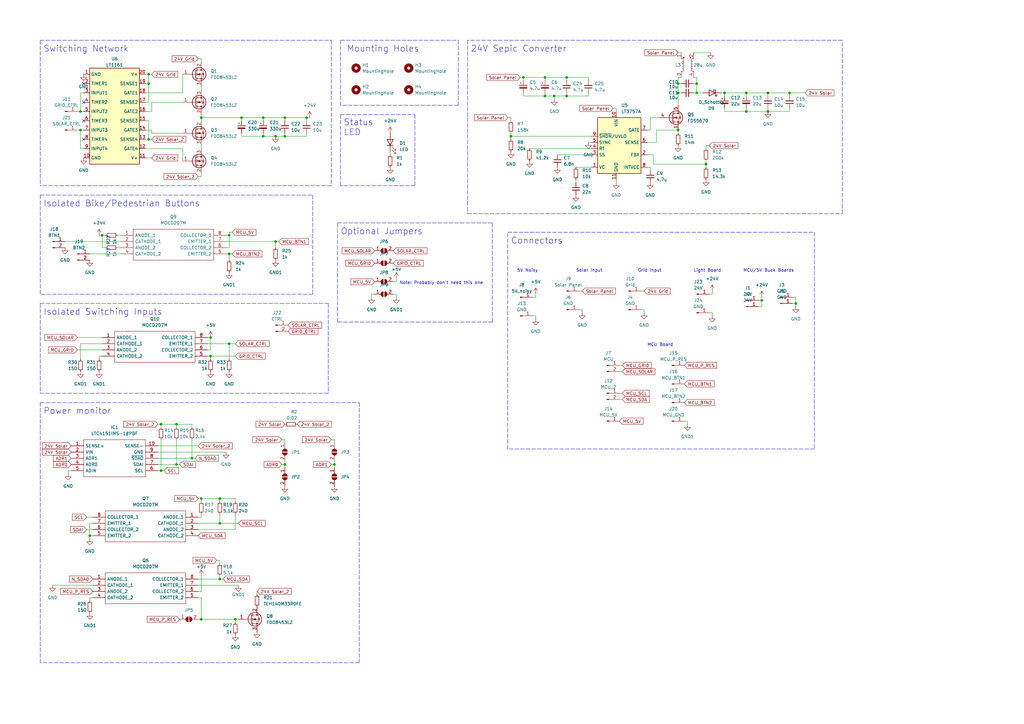
<source format=kicad_sch>
(kicad_sch (version 20211123) (generator eeschema)
  (paper "A3")
  (junction (at 223.52 39.37))
  (junction (at 278.13 34.29))
  (junction (at 209.55 55.88))
  (junction (at 82.55 204.47))
  (junction (at 285.75 34.29))
  (junction (at 285.75 38.1))
  (junction (at 116.84 55.88))
  (junction (at 66.04 193.04))
  (junction (at 314.96 38.1))
  (junction (at 90.17 204.47))
  (junction (at 326.39 124.46))
  (junction (at 107.95 48.26))
  (junction (at 314.96 45.72))
  (junction (at 232.41 31.75))
  (junction (at 278.13 38.1))
  (junction (at 116.84 190.5))
  (junction (at 82.55 254))
  (junction (at 306.07 45.72))
  (junction (at 125.73 48.26))
  (junction (at 306.07 38.1))
  (junction (at 86.36 146.05))
  (junction (at 96.52 254))
  (junction (at 36.83 219.71))
  (junction (at 78.74 187.96))
  (junction (at 312.42 123.19))
  (junction (at 90.17 214.63))
  (junction (at 137.16 190.5))
  (junction (at 33.02 53.34))
  (junction (at 116.84 48.26))
  (junction (at 33.02 45.72))
  (junction (at 66.04 173.99))
  (junction (at 60.96 30.48))
  (junction (at 90.17 237.49))
  (junction (at 82.55 48.26))
  (junction (at 41.91 96.52))
  (junction (at 86.36 138.43))
  (junction (at 214.63 31.75))
  (junction (at 297.18 38.1))
  (junction (at 113.03 99.06))
  (junction (at 60.96 57.15))
  (junction (at 107.95 55.88))
  (junction (at 72.39 190.5))
  (junction (at 323.85 38.1))
  (junction (at 289.56 67.31))
  (junction (at 227.33 39.37))
  (junction (at 93.98 140.97))
  (junction (at 93.98 104.14))
  (junction (at 232.41 39.37))
  (junction (at 72.39 173.99))
  (junction (at 93.98 96.52))
  (junction (at 99.06 48.26))
  (junction (at 60.96 34.29))
  (junction (at 223.52 31.75))
  (junction (at 113.03 55.88))
  (junction (at 278.13 53.34))
  (no_connect (at 34.29 49.53))
  (no_connect (at 34.29 57.15))
  (no_connect (at 34.29 34.29))
  (no_connect (at 34.29 41.91))
  (wire (pts (xy 90.17 214.63) (xy 81.28 214.63)))
  (polyline (pts (xy 345.44 16.51) (xy 191.77 16.51)))
  (wire (pts (xy 236.22 68.58) (xy 242.57 68.58)))
  (polyline (pts (xy 201.93 132.08) (xy 138.43 132.08)))
  (wire (pts (xy 31.75 143.51) (xy 41.91 143.51)))
  (wire (pts (xy 280.67 172.72) (xy 281.94 172.72)))
  (wire (pts (xy 27.94 193.04) (xy 27.94 194.31)))
  (wire (pts (xy 66.04 193.04) (xy 64.77 193.04)))
  (wire (pts (xy 99.06 55.88) (xy 107.95 55.88)))
  (polyline (pts (xy 16.51 165.1) (xy 147.32 165.1)))
  (wire (pts (xy 209.55 55.88) (xy 242.57 55.88)))
  (wire (pts (xy 113.03 99.06) (xy 114.3 99.06)))
  (wire (pts (xy 116.84 55.88) (xy 125.73 55.88)))
  (wire (pts (xy 306.07 45.72) (xy 306.07 44.45)))
  (wire (pts (xy 82.55 71.12) (xy 82.55 72.39)))
  (wire (pts (xy 95.25 104.14) (xy 93.98 104.14)))
  (wire (pts (xy 312.42 121.92) (xy 312.42 123.19)))
  (wire (pts (xy 72.39 173.99) (xy 78.74 173.99)))
  (wire (pts (xy 40.64 96.52) (xy 41.91 96.52)))
  (wire (pts (xy 92.71 99.06) (xy 113.03 99.06)))
  (wire (pts (xy 270.51 48.26) (xy 266.7 48.26)))
  (wire (pts (xy 278.13 21.59) (xy 279.4 21.59)))
  (wire (pts (xy 223.52 38.1) (xy 223.52 39.37)))
  (wire (pts (xy 82.55 35.56) (xy 82.55 36.83)))
  (wire (pts (xy 278.13 34.29) (xy 278.13 31.75)))
  (wire (pts (xy 38.1 214.63) (xy 36.83 214.63)))
  (wire (pts (xy 137.16 190.5) (xy 137.16 191.77)))
  (wire (pts (xy 60.96 49.53) (xy 60.96 57.15)))
  (wire (pts (xy 323.85 45.72) (xy 323.85 44.45)))
  (wire (pts (xy 125.73 54.61) (xy 125.73 55.88)))
  (wire (pts (xy 66.04 180.34) (xy 66.04 193.04)))
  (wire (pts (xy 33.02 140.97) (xy 33.02 147.32)))
  (polyline (pts (xy 16.51 16.51) (xy 16.51 76.2)))
  (wire (pts (xy 314.96 39.37) (xy 314.96 38.1)))
  (wire (pts (xy 82.55 245.11) (xy 82.55 254)))
  (wire (pts (xy 269.24 53.34) (xy 278.13 53.34)))
  (wire (pts (xy 161.29 115.57) (xy 162.56 115.57)))
  (wire (pts (xy 236.22 74.93) (xy 236.22 73.66)))
  (wire (pts (xy 90.17 210.82) (xy 90.17 214.63)))
  (wire (pts (xy 153.67 120.65) (xy 152.4 120.65)))
  (wire (pts (xy 62.23 54.61) (xy 74.93 54.61)))
  (wire (pts (xy 241.3 58.42) (xy 242.57 58.42)))
  (wire (pts (xy 278.13 38.1) (xy 278.13 34.29)))
  (wire (pts (xy 90.17 214.63) (xy 97.79 214.63)))
  (wire (pts (xy 314.96 45.72) (xy 314.96 44.45)))
  (wire (pts (xy 99.06 48.26) (xy 107.95 48.26)))
  (wire (pts (xy 86.36 143.51) (xy 86.36 138.43)))
  (wire (pts (xy 34.29 38.1) (xy 33.02 38.1)))
  (wire (pts (xy 135.89 190.5) (xy 137.16 190.5)))
  (polyline (pts (xy 187.96 43.18) (xy 139.7 43.18)))
  (wire (pts (xy 278.13 53.34) (xy 278.13 54.61)))
  (wire (pts (xy 86.36 146.05) (xy 86.36 147.32)))
  (wire (pts (xy 90.17 204.47) (xy 96.52 204.47)))
  (wire (pts (xy 82.55 48.26) (xy 82.55 49.53)))
  (wire (pts (xy 93.98 140.97) (xy 93.98 147.32)))
  (wire (pts (xy 292.1 119.38) (xy 292.1 120.65)))
  (wire (pts (xy 228.6 63.5) (xy 242.57 63.5)))
  (wire (pts (xy 262.89 127) (xy 264.16 127)))
  (wire (pts (xy 214.63 31.75) (xy 223.52 31.75)))
  (wire (pts (xy 290.83 128.27) (xy 292.1 128.27)))
  (wire (pts (xy 135.89 180.34) (xy 137.16 180.34)))
  (wire (pts (xy 218.44 129.54) (xy 219.71 129.54)))
  (polyline (pts (xy 139.7 46.99) (xy 170.18 46.99)))
  (wire (pts (xy 33.02 38.1) (xy 33.02 45.72)))
  (wire (pts (xy 162.56 115.57) (xy 162.56 114.3)))
  (wire (pts (xy 137.16 180.34) (xy 137.16 181.61)))
  (wire (pts (xy 265.43 58.42) (xy 269.24 58.42)))
  (wire (pts (xy 78.74 187.96) (xy 80.01 187.96)))
  (polyline (pts (xy 170.18 76.2) (xy 139.7 76.2)))
  (wire (pts (xy 59.69 53.34) (xy 62.23 53.34)))
  (wire (pts (xy 232.41 39.37) (xy 241.3 39.37)))
  (polyline (pts (xy 128.27 120.65) (xy 16.51 120.65)))
  (wire (pts (xy 297.18 39.37) (xy 297.18 38.1)))
  (wire (pts (xy 266.7 48.26) (xy 266.7 53.34)))
  (wire (pts (xy 96.52 204.47) (xy 96.52 205.74)))
  (wire (pts (xy 209.55 54.61) (xy 209.55 55.88)))
  (wire (pts (xy 269.24 53.34) (xy 269.24 58.42)))
  (wire (pts (xy 96.52 254) (xy 96.52 255.27)))
  (polyline (pts (xy 334.01 184.15) (xy 208.28 184.15)))
  (wire (pts (xy 66.04 173.99) (xy 72.39 173.99)))
  (wire (pts (xy 238.76 127) (xy 238.76 128.27)))
  (wire (pts (xy 125.73 48.26) (xy 125.73 49.53)))
  (wire (pts (xy 219.71 120.65) (xy 219.71 121.92)))
  (wire (pts (xy 62.23 45.72) (xy 62.23 41.91)))
  (wire (pts (xy 254 161.29) (xy 255.27 161.29)))
  (wire (pts (xy 306.07 45.72) (xy 314.96 45.72)))
  (wire (pts (xy 209.55 48.26) (xy 209.55 49.53)))
  (wire (pts (xy 81.28 254) (xy 82.55 254)))
  (wire (pts (xy 96.52 217.17) (xy 81.28 217.17)))
  (polyline (pts (xy 16.51 16.51) (xy 135.89 16.51)))
  (wire (pts (xy 81.28 240.03) (xy 97.79 240.03)))
  (wire (pts (xy 285.75 34.29) (xy 284.48 34.29)))
  (wire (pts (xy 59.69 38.1) (xy 74.93 38.1)))
  (wire (pts (xy 254 149.86) (xy 255.27 149.86)))
  (wire (pts (xy 59.69 49.53) (xy 60.96 49.53)))
  (wire (pts (xy 297.18 45.72) (xy 306.07 45.72)))
  (wire (pts (xy 312.42 125.73) (xy 312.42 123.19)))
  (polyline (pts (xy 16.51 124.46) (xy 16.51 161.29)))
  (wire (pts (xy 285.75 38.1) (xy 284.48 38.1)))
  (wire (pts (xy 33.02 60.96) (xy 34.29 60.96)))
  (wire (pts (xy 314.96 45.72) (xy 323.85 45.72)))
  (wire (pts (xy 97.79 254) (xy 96.52 254)))
  (wire (pts (xy 82.55 72.39) (xy 81.28 72.39)))
  (wire (pts (xy 297.18 45.72) (xy 297.18 44.45)))
  (wire (pts (xy 92.71 101.6) (xy 93.98 101.6)))
  (wire (pts (xy 311.15 125.73) (xy 312.42 125.73)))
  (wire (pts (xy 48.26 96.52) (xy 49.53 96.52)))
  (wire (pts (xy 306.07 39.37) (xy 306.07 38.1)))
  (polyline (pts (xy 138.43 132.08) (xy 138.43 91.44)))
  (wire (pts (xy 223.52 31.75) (xy 232.41 31.75)))
  (wire (pts (xy 267.97 67.31) (xy 289.56 67.31)))
  (wire (pts (xy 82.55 204.47) (xy 90.17 204.47)))
  (wire (pts (xy 93.98 95.25) (xy 93.98 96.52)))
  (wire (pts (xy 36.83 214.63) (xy 36.83 219.71)))
  (wire (pts (xy 81.28 242.57) (xy 82.55 242.57)))
  (polyline (pts (xy 138.43 91.44) (xy 201.93 91.44)))
  (wire (pts (xy 292.1 120.65) (xy 290.83 120.65)))
  (wire (pts (xy 62.23 41.91) (xy 74.93 41.91)))
  (wire (pts (xy 279.4 38.1) (xy 278.13 38.1)))
  (wire (pts (xy 74.93 30.48) (xy 74.93 38.1)))
  (polyline (pts (xy 208.28 184.15) (xy 208.28 95.25)))
  (wire (pts (xy 82.55 48.26) (xy 99.06 48.26)))
  (wire (pts (xy 62.23 30.48) (xy 60.96 30.48)))
  (wire (pts (xy 62.23 53.34) (xy 62.23 54.61)))
  (polyline (pts (xy 16.51 124.46) (xy 134.62 124.46)))
  (wire (pts (xy 254 152.4) (xy 255.27 152.4)))
  (wire (pts (xy 227.33 39.37) (xy 232.41 39.37)))
  (polyline (pts (xy 16.51 165.1) (xy 16.51 271.78)))
  (polyline (pts (xy 139.7 16.51) (xy 139.7 43.18)))
  (polyline (pts (xy 139.7 46.99) (xy 139.7 76.2)))
  (wire (pts (xy 74.93 60.96) (xy 74.93 66.04)))
  (wire (pts (xy 115.57 180.34) (xy 116.84 180.34)))
  (wire (pts (xy 125.73 48.26) (xy 127 48.26)))
  (wire (pts (xy 237.49 127) (xy 238.76 127)))
  (wire (pts (xy 85.09 146.05) (xy 86.36 146.05)))
  (polyline (pts (xy 135.89 16.51) (xy 135.89 76.2)))
  (wire (pts (xy 93.98 95.25) (xy 95.25 95.25)))
  (wire (pts (xy 105.41 242.57) (xy 105.41 243.84)))
  (wire (pts (xy 72.39 190.5) (xy 64.77 190.5)))
  (wire (pts (xy 208.28 48.26) (xy 209.55 48.26)))
  (wire (pts (xy 267.97 67.31) (xy 267.97 63.5)))
  (wire (pts (xy 326.39 121.92) (xy 326.39 124.46)))
  (wire (pts (xy 90.17 237.49) (xy 81.28 237.49)))
  (wire (pts (xy 214.63 39.37) (xy 223.52 39.37)))
  (wire (pts (xy 88.9 229.87) (xy 90.17 229.87)))
  (wire (pts (xy 43.18 101.6) (xy 41.91 101.6)))
  (wire (pts (xy 59.69 64.77) (xy 62.23 64.77)))
  (wire (pts (xy 113.03 99.06) (xy 113.03 101.6)))
  (polyline (pts (xy 16.51 80.01) (xy 128.27 80.01)))
  (wire (pts (xy 72.39 173.99) (xy 72.39 175.26)))
  (wire (pts (xy 116.84 48.26) (xy 125.73 48.26)))
  (wire (pts (xy 292.1 128.27) (xy 292.1 129.54)))
  (wire (pts (xy 214.63 31.75) (xy 214.63 33.02)))
  (wire (pts (xy 297.18 38.1) (xy 306.07 38.1)))
  (polyline (pts (xy 191.77 87.63) (xy 345.44 87.63)))
  (polyline (pts (xy 191.77 16.51) (xy 191.77 48.26)))
  (wire (pts (xy 325.12 121.92) (xy 326.39 121.92)))
  (polyline (pts (xy 201.93 91.44) (xy 201.93 132.08)))
  (wire (pts (xy 82.55 212.09) (xy 82.55 210.82)))
  (wire (pts (xy 264.16 119.38) (xy 262.89 119.38)))
  (wire (pts (xy 36.83 219.71) (xy 36.83 220.98)))
  (polyline (pts (xy 334.01 95.25) (xy 334.01 184.15)))
  (wire (pts (xy 59.69 41.91) (xy 60.96 41.91)))
  (wire (pts (xy 116.84 180.34) (xy 116.84 181.61)))
  (wire (pts (xy 59.69 60.96) (xy 74.93 60.96)))
  (wire (pts (xy 91.44 237.49) (xy 90.17 237.49)))
  (wire (pts (xy 86.36 146.05) (xy 96.52 146.05)))
  (wire (pts (xy 60.96 41.91) (xy 60.96 34.29)))
  (wire (pts (xy 99.06 54.61) (xy 99.06 55.88)))
  (polyline (pts (xy 170.18 46.99) (xy 170.18 76.2)))
  (wire (pts (xy 60.96 30.48) (xy 60.96 34.29)))
  (wire (pts (xy 289.56 66.04) (xy 289.56 67.31)))
  (wire (pts (xy 81.28 204.47) (xy 82.55 204.47)))
  (wire (pts (xy 213.36 31.75) (xy 214.63 31.75)))
  (wire (pts (xy 251.46 44.45) (xy 252.73 44.45)))
  (wire (pts (xy 40.64 146.05) (xy 40.64 147.32)))
  (wire (pts (xy 289.56 67.31) (xy 289.56 68.58)))
  (wire (pts (xy 232.41 38.1) (xy 232.41 39.37)))
  (wire (pts (xy 81.28 212.09) (xy 82.55 212.09)))
  (polyline (pts (xy 191.77 48.26) (xy 191.77 87.63)))
  (wire (pts (xy 81.28 24.13) (xy 82.55 24.13)))
  (wire (pts (xy 227.33 39.37) (xy 227.33 40.64)))
  (wire (pts (xy 29.21 193.04) (xy 27.94 193.04)))
  (wire (pts (xy 90.17 236.22) (xy 90.17 237.49)))
  (wire (pts (xy 107.95 54.61) (xy 107.95 55.88)))
  (wire (pts (xy 81.28 182.88) (xy 64.77 182.88)))
  (wire (pts (xy 93.98 140.97) (xy 96.52 140.97)))
  (wire (pts (xy 72.39 180.34) (xy 72.39 190.5)))
  (wire (pts (xy 254 163.83) (xy 255.27 163.83)))
  (wire (pts (xy 92.71 104.14) (xy 93.98 104.14)))
  (wire (pts (xy 90.17 229.87) (xy 90.17 231.14)))
  (wire (pts (xy 82.55 48.26) (xy 82.55 46.99)))
  (wire (pts (xy 326.39 124.46) (xy 326.39 125.73)))
  (polyline (pts (xy 187.96 16.51) (xy 187.96 43.18)))
  (wire (pts (xy 290.83 59.69) (xy 289.56 59.69)))
  (wire (pts (xy 78.74 173.99) (xy 78.74 175.26)))
  (wire (pts (xy 64.77 185.42) (xy 92.71 185.42)))
  (wire (pts (xy 82.55 254) (xy 96.52 254)))
  (polyline (pts (xy 345.44 87.63) (xy 345.44 16.51)))
  (wire (pts (xy 116.84 190.5) (xy 116.84 189.23)))
  (wire (pts (xy 265.43 63.5) (xy 267.97 63.5)))
  (wire (pts (xy 116.84 54.61) (xy 116.84 55.88)))
  (wire (pts (xy 295.91 38.1) (xy 297.18 38.1)))
  (wire (pts (xy 60.96 30.48) (xy 59.69 30.48)))
  (polyline (pts (xy 147.32 165.1) (xy 147.32 271.78)))
  (wire (pts (xy 312.42 123.19) (xy 311.15 123.19)))
  (polyline (pts (xy 134.62 124.46) (xy 134.62 161.29)))
  (wire (pts (xy 232.41 31.75) (xy 241.3 31.75)))
  (wire (pts (xy 82.55 242.57) (xy 82.55 236.22)))
  (wire (pts (xy 266.7 53.34) (xy 265.43 53.34)))
  (wire (pts (xy 288.29 38.1) (xy 285.75 38.1)))
  (polyline (pts (xy 147.32 271.78) (xy 16.51 271.78)))
  (wire (pts (xy 323.85 39.37) (xy 323.85 38.1)))
  (polyline (pts (xy 128.27 80.01) (xy 128.27 120.65)))
  (wire (pts (xy 161.29 120.65) (xy 162.56 120.65)))
  (wire (pts (xy 82.55 24.13) (xy 82.55 25.4)))
  (wire (pts (xy 116.84 190.5) (xy 116.84 191.77)))
  (wire (pts (xy 323.85 38.1) (xy 330.2 38.1)))
  (wire (pts (xy 33.02 53.34) (xy 33.02 60.96)))
  (wire (pts (xy 160.02 62.23) (xy 160.02 63.5)))
  (polyline (pts (xy 208.28 95.25) (xy 334.01 95.25)))
  (wire (pts (xy 285.75 31.75) (xy 285.75 34.29)))
  (wire (pts (xy 279.4 34.29) (xy 278.13 34.29)))
  (polyline (pts (xy 139.7 16.51) (xy 187.96 16.51)))
  (wire (pts (xy 85.09 138.43) (xy 86.36 138.43)))
  (wire (pts (xy 33.02 45.72) (xy 34.29 45.72)))
  (wire (pts (xy 137.16 189.23) (xy 137.16 190.5)))
  (wire (pts (xy 93.98 101.6) (xy 93.98 96.52)))
  (wire (pts (xy 36.83 104.14) (xy 49.53 104.14)))
  (wire (pts (xy 314.96 38.1) (xy 323.85 38.1)))
  (wire (pts (xy 284.48 21.59) (xy 291.465 21.59)))
  (wire (pts (xy 36.83 245.11) (xy 36.83 246.38)))
  (wire (pts (xy 219.71 121.92) (xy 218.44 121.92)))
  (wire (pts (xy 306.07 38.1) (xy 314.96 38.1)))
  (wire (pts (xy 214.63 38.1) (xy 214.63 39.37)))
  (wire (pts (xy 223.52 39.37) (xy 227.33 39.37)))
  (wire (pts (xy 64.77 173.99) (xy 66.04 173.99)))
  (wire (pts (xy 93.98 104.14) (xy 93.98 106.68)))
  (wire (pts (xy 217.17 60.96) (xy 242.57 60.96)))
  (wire (pts (xy 90.17 204.47) (xy 90.17 205.74)))
  (wire (pts (xy 252.73 44.45) (xy 252.73 45.72)))
  (wire (pts (xy 264.16 127) (xy 264.16 128.27)))
  (wire (pts (xy 66.04 173.99) (xy 66.04 175.26)))
  (wire (pts (xy 99.06 48.26) (xy 99.06 49.53)))
  (wire (pts (xy 241.3 38.1) (xy 241.3 39.37)))
  (wire (pts (xy 78.74 180.34) (xy 78.74 187.96)))
  (wire (pts (xy 41.91 101.6) (xy 41.91 96.52)))
  (wire (pts (xy 60.96 57.15) (xy 62.23 57.15)))
  (wire (pts (xy 152.4 120.65) (xy 152.4 121.92)))
  (wire (pts (xy 281.94 172.72) (xy 281.94 173.99)))
  (wire (pts (xy 41.91 140.97) (xy 33.02 140.97)))
  (wire (pts (xy 289.56 59.69) (xy 289.56 60.96)))
  (wire (pts (xy 107.95 55.88) (xy 113.03 55.88)))
  (wire (pts (xy 266.7 68.58) (xy 266.7 69.85)))
  (wire (pts (xy 59.69 45.72) (xy 62.23 45.72)))
  (wire (pts (xy 38.1 245.11) (xy 36.83 245.11)))
  (wire (pts (xy 35.56 212.09) (xy 38.1 212.09)))
  (wire (pts (xy 162.56 120.65) (xy 162.56 121.92)))
  (wire (pts (xy 285.75 34.29) (xy 285.75 38.1)))
  (wire (pts (xy 116.84 48.26) (xy 116.84 49.53)))
  (wire (pts (xy 237.49 119.38) (xy 238.76 119.38)))
  (wire (pts (xy 82.55 204.47) (xy 82.55 205.74)))
  (wire (pts (xy 34.29 53.34) (xy 33.02 53.34)))
  (wire (pts (xy 93.98 96.52) (xy 92.71 96.52)))
  (wire (pts (xy 284.48 31.75) (xy 285.75 31.75)))
  (wire (pts (xy 26.67 99.06) (xy 49.53 99.06)))
  (wire (pts (xy 31.75 53.34) (xy 33.02 53.34)))
  (wire (pts (xy 252.73 73.66) (xy 252.73 74.93)))
  (wire (pts (xy 241.3 31.75) (xy 241.3 33.02)))
  (wire (pts (xy 82.55 59.69) (xy 82.55 60.96)))
  (wire (pts (xy 107.95 48.26) (xy 116.84 48.26)))
  (wire (pts (xy 115.57 190.5) (xy 116.84 190.5)))
  (wire (pts (xy 31.75 138.43) (xy 41.91 138.43)))
  (wire (pts (xy 209.55 55.88) (xy 209.55 57.15)))
  (wire (pts (xy 113.03 55.88) (xy 116.84 55.88)))
  (polyline (pts (xy 134.62 161.29) (xy 16.51 161.29)))
  (wire (pts (xy 81.28 245.11) (xy 82.55 245.11)))
  (wire (pts (xy 219.71 129.54) (xy 219.71 130.81)))
  (wire (pts (xy 96.52 210.82) (xy 96.52 217.17)))
  (wire (pts (xy 265.43 68.58) (xy 266.7 68.58)))
  (wire (pts (xy 325.12 124.46) (xy 326.39 124.46)))
  (wire (pts (xy 85.09 140.97) (xy 93.98 140.97)))
  (polyline (pts (xy 135.89 76.2) (xy 16.51 76.2)))
  (wire (pts (xy 59.69 34.29) (xy 60.96 34.29)))
  (wire (pts (xy 85.09 143.51) (xy 86.36 143.51)))
  (wire (pts (xy 49.53 101.6) (xy 48.26 101.6)))
  (wire (pts (xy 31.75 45.72) (xy 33.02 45.72)))
  (wire (pts (xy 41.91 146.05) (xy 40.64 146.05)))
  (wire (pts (xy 21.59 240.03) (xy 38.1 240.03)))
  (wire (pts (xy 72.39 190.5) (xy 73.66 190.5)))
  (wire (pts (xy 278.13 43.18) (xy 278.13 38.1)))
  (wire (pts (xy 38.1 219.71) (xy 36.83 219.71)))
  (wire (pts (xy 232.41 31.75) (xy 232.41 33.02)))
  (wire (pts (xy 41.91 96.52) (xy 43.18 96.52)))
  (wire (pts (xy 78.74 187.96) (xy 64.77 187.96)))
  (wire (pts (xy 66.04 193.04) (xy 67.31 193.04)))
  (wire (pts (xy 35.56 217.17) (xy 38.1 217.17)))
  (wire (pts (xy 223.52 31.75) (xy 223.52 33.02)))
  (wire (pts (xy 107.95 48.26) (xy 107.95 49.53)))
  (wire (pts (xy 278.13 31.75) (xy 279.4 31.75)))
  (wire (pts (xy 59.69 57.15) (xy 60.96 57.15)))
  (polyline (pts (xy 16.51 80.01) (xy 16.51 120.65)))
  (text "MCU Board" (at 265.43 142.24 0) (effects (font (size 1.27 1.27)) (justify left bottom)))
  (text "Power monitor" (at 17.78 170.18 0) (effects (font (size 2.54 2.54)) (justify left bottom)))
  (text "24V Sepic Converter" (at 193.04 21.59 0) (effects (font (size 2.54 2.54)) (justify left bottom)))
  (text "Note: Probably don't need this one" (at 163.83 116.84 0) (effects (font (size 1.27 1.27)) (justify left bottom)))
  (text "Connectors" (at 209.55 100.33 0) (effects (font (size 2.54 2.54)) (justify left bottom)))
  (text "Status\nLED" (at 140.97 55.88 0) (effects (font (size 2.54 2.54)) (justify left bottom)))
  (text "Isolated Switching Inputs" (at 17.78 129.54 0) (effects (font (size 2.54 2.54)) (justify left bottom)))
  (text "Solar Input" (at 236.22 111.76 0) (effects (font (size 1.27 1.27)) (justify left bottom)))
  (text "Mounting Holes" (at 142.24 21.59 0) (effects (font (size 2.54 2.54)) (justify left bottom)))
  (text "Grid Input" (at 261.62 111.76 0) (effects (font (size 1.27 1.27)) (justify left bottom)))
  (text "5V Noisy" (at 212.09 111.76 0) (effects (font (size 1.27 1.27)) (justify left bottom)))
  (text "Light Board" (at 284.48 111.76 0) (effects (font (size 1.27 1.27)) (justify left bottom)))
  (text "Isolated Bike/Pedestrian Buttons" (at 17.78 85.09 0) (effects (font (size 2.54 2.54)) (justify left bottom)))
  (text "Optional Jumpers" (at 139.7 96.52 0) (effects (font (size 2.54 2.54)) (justify left bottom)))
  (text "MCU/5V Buck Boards" (at 304.8 111.76 0) (effects (font (size 1.27 1.27)) (justify left bottom)))
  (text "Switching Network" (at 17.78 21.59 0) (effects (font (size 2.54 2.54)) (justify left bottom)))
  (global_label "24V Grid" (shape input) (at 62.23 64.77 0) (property "Intersheet References" "${INTERSHEET_REFS}" (effects hide)))
  (global_label "N_SDAO" (shape input) (at 80.01 187.96 0) (property "Intersheet References" "${INTERSHEET_REFS}" (effects hide)))
  (global_label "24V Grid" (shape input) (at 81.28 24.13 180) (property "Intersheet References" "${INTERSHEET_REFS}" (effects hide)))
  (global_label "MCU_5V" (shape input) (at 254 172.72 0) (property "Intersheet References" "${INTERSHEET_REFS}" (effects hide)))
  (global_label "SOLAR_CTRL" (shape input) (at 161.29 102.87 0) (property "Intersheet References" "${INTERSHEET_REFS}" (effects hide)))
  (global_label "24V Solar" (shape input) (at 29.21 185.42 180) (property "Intersheet References" "${INTERSHEET_REFS}" (effects hide)))
  (global_label "SDAI" (shape input) (at 35.56 217.17 180) (property "Intersheet References" "${INTERSHEET_REFS}" (effects hide)))
  (global_label "MCU_GRID" (shape input) (at 153.67 107.95 180) (property "Intersheet References" "${INTERSHEET_REFS}" (effects hide)))
  (global_label "MCU_BTN1" (shape input) (at 114.3 99.06 0) (property "Intersheet References" "${INTERSHEET_REFS}" (effects hide)))
  (global_label "24V Solar" (shape input) (at 290.83 59.69 0) (property "Intersheet References" "${INTERSHEET_REFS}" (effects hide)))
  (global_label "GRID_CTRL" (shape input) (at 161.29 107.95 0) (property "Intersheet References" "${INTERSHEET_REFS}" (effects hide)))
  (global_label "MCU_SOLAR" (shape input) (at 31.75 138.43 180) (property "Intersheet References" "${INTERSHEET_REFS}" (effects hide)))
  (global_label "MCU_P_RES" (shape input) (at 280.67 149.86 0) (property "Intersheet References" "${INTERSHEET_REFS}" (effects hide)))
  (global_label "Solar Panel" (shape input) (at 208.28 48.26 180) (property "Intersheet References" "${INTERSHEET_REFS}" (effects hide)))
  (global_label "24V Grid" (shape input) (at 62.23 30.48 0) (property "Intersheet References" "${INTERSHEET_REFS}" (effects hide)))
  (global_label "SCL" (shape input) (at 67.31 193.04 0) (property "Intersheet References" "${INTERSHEET_REFS}" (effects hide)))
  (global_label "MCU_BTN1" (shape input) (at 280.67 157.48 0) (property "Intersheet References" "${INTERSHEET_REFS}" (effects hide)))
  (global_label "N_SDAO" (shape input) (at 38.1 237.49 180) (property "Intersheet References" "${INTERSHEET_REFS}" (effects hide)))
  (global_label "24V Solar_2" (shape input) (at 64.77 173.99 180) (property "Intersheet References" "${INTERSHEET_REFS}" (effects hide)))
  (global_label "MCU_5V" (shape input) (at 95.25 95.25 0) (property "Intersheet References" "${INTERSHEET_REFS}" (effects hide)))
  (global_label "24V Solar_2" (shape input) (at 81.28 182.88 0) (property "Intersheet References" "${INTERSHEET_REFS}" (effects hide)))
  (global_label "MCU_SDA" (shape input) (at 255.27 163.83 0) (property "Intersheet References" "${INTERSHEET_REFS}" (effects hide)))
  (global_label "MCU_GRID" (shape input) (at 31.75 143.51 180) (property "Intersheet References" "${INTERSHEET_REFS}" (effects hide)))
  (global_label "MCU_SOLAR" (shape input) (at 255.27 152.4 0) (property "Intersheet References" "${INTERSHEET_REFS}" (effects hide)))
  (global_label "MCU_P_RES" (shape input) (at 73.66 254 180) (property "Intersheet References" "${INTERSHEET_REFS}" (effects hide)))
  (global_label "MCU_5V" (shape input) (at 81.28 204.47 180) (property "Intersheet References" "${INTERSHEET_REFS}" (effects hide)))
  (global_label "ADR0" (shape input) (at 29.21 190.5 180) (property "Intersheet References" "${INTERSHEET_REFS}" (effects hide)))
  (global_label "ADR1" (shape input) (at 29.21 187.96 180) (property "Intersheet References" "${INTERSHEET_REFS}" (effects hide)))
  (global_label "MCU_SCL" (shape input) (at 97.79 214.63 0) (property "Intersheet References" "${INTERSHEET_REFS}" (effects hide)))
  (global_label "SDAI" (shape input) (at 73.66 190.5 0) (property "Intersheet References" "${INTERSHEET_REFS}" (effects hide)))
  (global_label "24V Solar_2" (shape input) (at 62.23 57.15 0) (property "Intersheet References" "${INTERSHEET_REFS}" (effects hide)))
  (global_label "ADR1" (shape input) (at 135.89 190.5 180) (property "Intersheet References" "${INTERSHEET_REFS}" (effects hide)))
  (global_label "MCU_5V" (shape input) (at 88.9 229.87 180) (property "Intersheet References" "${INTERSHEET_REFS}" (effects hide)))
  (global_label "SCL" (shape input) (at 35.56 212.09 180) (property "Intersheet References" "${INTERSHEET_REFS}" (effects hide)))
  (global_label "MCU_SOLAR" (shape input) (at 153.67 102.87 180) (property "Intersheet References" "${INTERSHEET_REFS}" (effects hide)))
  (global_label "SOLAR_CTRL" (shape input) (at 118.11 133.35 0) (property "Intersheet References" "${INTERSHEET_REFS}" (effects hide)))
  (global_label "ADR0" (shape input) (at 115.57 190.5 180) (property "Intersheet References" "${INTERSHEET_REFS}" (effects hide)))
  (global_label "MCU_SDA" (shape input) (at 81.28 219.71 0) (property "Intersheet References" "${INTERSHEET_REFS}" (effects hide)))
  (global_label "MCU_SCL" (shape input) (at 255.27 161.29 0) (property "Intersheet References" "${INTERSHEET_REFS}" (effects hide)))
  (global_label "24V Solar" (shape input) (at 330.2 38.1 0) (property "Intersheet References" "${INTERSHEET_REFS}" (effects hide)))
  (global_label "24V Solar" (shape input) (at 135.89 180.34 180) (property "Intersheet References" "${INTERSHEET_REFS}" (effects hide)))
  (global_label "24V Solar_2" (shape input) (at 105.41 242.57 0) (property "Intersheet References" "${INTERSHEET_REFS}" (effects hide)))
  (global_label "Solar Panel" (shape input) (at 238.76 119.38 0) (property "Intersheet References" "${INTERSHEET_REFS}" (effects hide)))
  (global_label "24V Solar_2" (shape input) (at 121.92 173.99 0) (property "Intersheet References" "${INTERSHEET_REFS}" (effects hide)))
  (global_label "24V Grid" (shape input) (at 264.16 119.38 0) (property "Intersheet References" "${INTERSHEET_REFS}" (effects hide)))
  (global_label "GRID_CTRL" (shape input) (at 96.52 146.05 0) (property "Intersheet References" "${INTERSHEET_REFS}" (effects hide)))
  (global_label "SOLAR_CTRL" (shape input) (at 96.52 140.97 0) (property "Intersheet References" "${INTERSHEET_REFS}" (effects hide)))
  (global_label "24V Solar" (shape input) (at 115.57 180.34 180) (property "Intersheet References" "${INTERSHEET_REFS}" (effects hide)))
  (global_label "MCU_5V" (shape input) (at 153.67 115.57 180) (property "Intersheet References" "${INTERSHEET_REFS}" (effects hide)))
  (global_label "Solar Panel" (shape input) (at 278.13 21.59 180) (property "Intersheet References" "${INTERSHEET_REFS}" (effects hide)))
  (global_label "GRID_CTRL" (shape input) (at 118.11 135.89 0) (property "Intersheet References" "${INTERSHEET_REFS}" (effects hide)))
  (global_label "MCU_SDA" (shape input) (at 91.44 237.49 0) (property "Intersheet References" "${INTERSHEET_REFS}" (effects hide)))
  (global_label "24V Solar" (shape input) (at 29.21 182.88 180) (property "Intersheet References" "${INTERSHEET_REFS}" (effects hide)))
  (global_label "MCU_GRID" (shape input) (at 255.27 149.86 0) (property "Intersheet References" "${INTERSHEET_REFS}" (effects hide)))
  (global_label "MCU_BTN2" (shape input) (at 95.25 104.14 0) (property "Intersheet References" "${INTERSHEET_REFS}" (effects hide)))
  (global_label "24V Solar_2" (shape input) (at 81.28 72.39 180) (property "Intersheet References" "${INTERSHEET_REFS}" (effects hide)))
  (global_label "MCU_BTN2" (shape input) (at 280.67 165.1 0) (property "Intersheet References" "${INTERSHEET_REFS}" (effects hide)))
  (global_label "Solar Panel" (shape input) (at 251.46 44.45 180) (property "Intersheet References" "${INTERSHEET_REFS}" (effects hide)))
  (global_label "Solar Panel" (shape input) (at 213.36 31.75 180) (property "Intersheet References" "${INTERSHEET_REFS}" (effects hide)))
  (global_label "MCU_P_RES" (shape input) (at 38.1 242.57 180) (property "Intersheet References" "${INTERSHEET_REFS}" (effects hide)))
  (global_label "24V Solar" (shape input) (at 116.84 173.99 180) (property "Intersheet References" "${INTERSHEET_REFS}" (effects hide)))
  (symbol (lib_id "power:GND") (at 238.76 128.27 0) (unit 1)
    (property "Reference" "#PWR06" (effects hide))
    (property "Value" "GND" (at 238.76 133.35 0))
  )
  (symbol (lib_id "Device:C_Small") (at 314.96 41.91 180) (unit 1)
    (property "Reference" "C14" (at 317.5 40.6335 0) (effects (justify right)))
    (property "Value" "10u" (at 317.5 43.18 0) (effects (justify right)))
    (property "Footprint" "Capacitor_SMD:C_1210_3225Metric" (effects hide))
  )
  (symbol (lib_id "Connector:Conn_01x01_Male") (at 26.67 45.72 0) (unit 1)
    (property "Reference" "J11" (at 27.305 40.64 0))
    (property "Value" "GRID_CTRL" (at 27.305 43.18 0))
    (property "Footprint" "Connector_PinHeader_2.54mm:PinHeader_1x01_P2.54mm_Vertical" (effects hide))
  )
  (symbol (lib_id "Connector:Conn_01x01_Male") (at 285.75 120.65 0) (unit 1)
    (property "Reference" "J23" (at 286.385 115.57 0))
    (property "Value" "24V" (at 286.385 118.11 0))
    (property "Footprint" "_mylib:hole" (effects hide))
  )
  (symbol (lib_id "power:+24V") (at 127 48.26 0) (unit 1)
    (property "Reference" "#PWR045" (effects hide))
    (property "Value" "+24V" (at 127 43.18 0))
  )
  (symbol (lib_id "Device:R_Small") (at 78.74 177.8 0) (unit 1)
    (property "Reference" "R16" (at 80.01 176.53 0) (effects (justify left)))
    (property "Value" "2.4k" (at 80.01 179.07 0) (effects (justify left)))
    (property "Footprint" "Resistor_SMD:R_0603_1608Metric" (effects hide))
  )
  (symbol (lib_id "Connector:Conn_01x01_Male") (at 275.59 157.48 0) (unit 1)
    (property "Reference" "J16" (at 276.225 152.4 0))
    (property "Value" "MCU_BTN1" (at 276.225 154.94 0))
    (property "Footprint" "Connector_PinHeader_2.54mm:PinHeader_1x01_P2.54mm_Vertical" (effects hide))
  )
  (symbol (lib_id "power:GND") (at 264.16 128.27 0) (unit 1)
    (property "Reference" "#PWR0108" (effects hide))
    (property "Value" "GND" (at 264.16 133.35 0))
  )
  (symbol (lib_id "Connector:Conn_01x01_Male") (at 257.81 119.38 0) (unit 1)
    (property "Reference" "J10" (at 258.445 114.3 0))
    (property "Value" "Grid" (at 258.445 116.84 0))
    (property "Footprint" "_mylib:hole" (effects hide))
  )
  (symbol (lib_id "power:GND1") (at 97.79 240.03 0) (unit 1)
    (property "Reference" "#PWR017" (effects hide))
    (property "Value" "GND1" (at 97.79 243.84 0))
  )
  (symbol (lib_id "power:GND") (at 326.39 125.73 0) (unit 1)
    (property "Reference" "#PWR05" (effects hide))
    (property "Value" "GND" (at 326.39 130.81 0))
  )
  (symbol (lib_id "Jumper:SolderJumper_2_Open") (at 116.84 185.42 270) (unit 1)
    (property "Reference" "JP1" (at 119.38 185.4199 90) (effects (justify left)))
    (property "Value" "SolderJumper_2_Open" (effects hide))
    (property "Footprint" "Jumper:SolderJumper-2_P1.3mm_Open_TrianglePad1.0x1.5mm" (effects hide))
  )
  (symbol (lib_id "power:GND") (at 227.33 40.64 0) (unit 1)
    (property "Reference" "#PWR016" (effects hide))
    (property "Value" "GND" (at 227.33 45.72 0))
  )
  (symbol (lib_id "power:GND") (at 314.96 45.72 0) (unit 1)
    (property "Reference" "#PWR037" (effects hide))
    (property "Value" "GND" (at 314.96 50.8 0))
  )
  (symbol (lib_id "power:GND") (at 26.67 101.6 0) (unit 1)
    (property "Reference" "#PWR021" (effects hide))
    (property "Value" "GND" (at 26.67 106.68 0))
  )
  (symbol (lib_id "SamacSys_Parts:LTC4151IMS-1#PBF") (at 29.21 182.88 0) (unit 1)
    (property "Reference" "IC1" (at 46.99 175.26 0))
    (property "Value" "LTC4151IMS-1#PBF" (at 46.99 177.8 0))
    (property "Footprint" "Package_SO:MSOP-10_3x3mm_P0.5mm" (effects hide))
    (property "Datasheet" "https://datasheet.datasheetarchive.com/originals/distributors/Datasheets_SAMA/4497b3e337d3c9e51fdaedc2490a3c69.pdf" (effects hide))
    (property "Description" "Current & Power Monitors & Regulators 80V HIgh-Side Power Monitor with Split SDA I/O" (effects hide))
    (property "Height" "1.1" (effects hide))
    (property "Mouser Part Number" "584-LTC4151IMS-1#PBF" (effects hide))
    (property "Mouser Price/Stock" "https://www.mouser.co.uk/ProductDetail/Analog-Devices/LTC4151IMS-1PBF?qs=hVkxg5c3xu8GkocOuUpsIw%3D%3D" (effects hide))
    (property "Manufacturer_Name" "Analog Devices" (effects hide))
    (property "Manufacturer_Part_Number" "LTC4151IMS-1#PBF" (effects hide))
  )
  (symbol (lib_id "Jumper:SolderJumper_2_Open") (at 157.48 115.57 0) (unit 1)
    (property "Reference" "JP8" (at 157.48 111.76 0))
    (property "Value" "SolderJumper_2_Open" (effects hide))
    (property "Footprint" "Jumper:SolderJumper-2_P1.3mm_Open_TrianglePad1.0x1.5mm" (effects hide))
  )
  (symbol (lib_id "power:GND") (at 219.71 130.81 0) (unit 1)
    (property "Reference" "#PWR0107" (effects hide))
    (property "Value" "GND" (at 219.71 135.89 0))
  )
  (symbol (lib_id "Device:R_Small") (at 209.55 59.69 180) (unit 1)
    (property "Reference" "R8" (at 212.09 58.4199 0) (effects (justify right)))
    (property "Value" "20k" (at 212.09 60.9599 0) (effects (justify right)))
    (property "Footprint" "Resistor_SMD:R_0603_1608Metric" (effects hide))
  )
  (symbol (lib_id "power:GND") (at 160.02 68.58 0) (unit 1)
    (property "Reference" "#PWR02" (effects hide))
    (property "Value" "GND" (at 160.02 73.66 0))
  )
  (symbol (lib_id "Device:C_Small") (at 266.7 72.39 0) (unit 1)
    (property "Reference" "C9" (at 269.24 71.1262 0) (effects (justify left)))
    (property "Value" "4.7u" (at 269.24 73.6662 0) (effects (justify left)))
    (property "Footprint" "Capacitor_SMD:C_0805_2012Metric" (effects hide))
  )
  (symbol (lib_id "power:GND") (at 113.03 55.88 0) (unit 1)
    (property "Reference" "#PWR044" (effects hide))
    (property "Value" "GND" (at 113.03 60.96 0))
  )
  (symbol (lib_id "Device:R_Small") (at 82.55 208.28 0) (unit 1)
    (property "Reference" "R17" (at 83.82 207.01 0) (effects (justify left)))
    (property "Value" "240" (at 83.82 209.55 0) (effects (justify left)))
    (property "Footprint" "Resistor_SMD:R_0603_1608Metric" (effects hide))
  )
  (symbol (lib_id "Device:C_Polarized_Small") (at 223.52 35.56 0) (unit 1)
    (property "Reference" "C6" (at 226.06 33.7438 0) (effects (justify left)))
    (property "Value" "4.7u" (at 226.06 36.2838 0) (effects (justify left)))
    (property "Footprint" "Capacitor_THT:CP_Radial_D5.0mm_P2.00mm" (effects hide))
  )
  (symbol (lib_name "D_Schottky_1") (lib_id "Device:D_Schottky") (at 292.1 38.1 180) (unit 1)
    (property "Reference" "D9" (at 291.7825 44.45 0))
    (property "Value" "D_Schottky" (at 291.7825 41.91 0))
    (property "Footprint" "Package_TO_SOT_SMD:TO-252-2" (effects hide))
  )
  (symbol (lib_id "Device:R_Small") (at 105.41 246.38 0) (unit 1)
    (property "Reference" "R21" (at 107.95 245.1099 0) (effects (justify left)))
    (property "Value" "TEH140M33R0FE" (at 107.95 247.6499 0) (effects (justify left)))
    (property "Footprint" "_mylib:TEH140" (effects hide))
  )
  (symbol (lib_id "SamacSys_Parts:MOCD207M") (at 41.91 138.43 0) (unit 1)
    (property "Reference" "Q10" (at 63.5 130.81 0))
    (property "Value" "MOCD207M" (at 63.5 133.35 0))
    (property "Footprint" "Package_SO:SOIC-8_3.9x4.9mm_P1.27mm" (effects hide))
    (property "Datasheet" "https://datasheet.datasheetarchive.com/originals/distributors/Datasheets_SAMA/334070fd37891a2fc21c7635cf39da99.pdf" (effects hide))
    (property "Description" "FAIRCHILD SEMICONDUCTOR - MOCD207M. - OPTOCOUPLER, TRANSISTOR, 2500VRMS" (effects hide))
    (property "Height" "3.63" (effects hide))
    (property "Mouser Part Number" "512-MOCD207M" (effects hide))
    (property "Mouser Price/Stock" "https://www.mouser.co.uk/ProductDetail/ON-Semiconductor-Fairchild/MOCD207M?qs=Z0HAwyWrFkxA8A7IbmLQiA%3D%3D" (effects hide))
    (property "Manufacturer_Name" "ON Semiconductor" (effects hide))
    (property "Manufacturer_Part_Number" "MOCD207M" (effects hide))
  )
  (symbol (lib_id "power:+24V") (at 312.42 121.92 0) (unit 1)
    (property "Reference" "#PWR03" (effects hide))
    (property "Value" "+24V" (at 312.42 116.84 0))
  )
  (symbol (lib_id "power:GND") (at 137.16 199.39 0) (unit 1)
    (property "Reference" "#PWR010" (effects hide))
    (property "Value" "GND" (at 137.16 204.47 0))
  )
  (symbol (lib_id "power:GND") (at 266.7 74.93 0) (unit 1)
    (property "Reference" "#PWR032" (effects hide))
    (property "Value" "GND" (at 266.7 80.01 0))
  )
  (symbol (lib_id "Connector:Conn_01x01_Male") (at 213.36 121.92 0) (unit 1)
    (property "Reference" "J8" (at 213.995 116.84 0))
    (property "Value" "5V_noisy" (at 213.995 119.38 0))
    (property "Footprint" "Connector_PinHeader_2.54mm:PinHeader_1x01_P2.54mm_Vertical" (effects hide))
  )
  (symbol (lib_id "power:GND") (at 292.1 129.54 0) (unit 1)
    (property "Reference" "#PWR020" (effects hide))
    (property "Value" "GND" (at 292.1 134.62 0))
  )
  (symbol (lib_id "Jumper:SolderJumper_2_Open") (at 157.48 102.87 0) (unit 1)
    (property "Reference" "JP6" (at 157.48 99.06 0))
    (property "Value" "SolderJumper_2_Open" (effects hide))
    (property "Footprint" "Jumper:SolderJumper-2_P1.3mm_Open_TrianglePad1.0x1.5mm" (effects hide))
  )
  (symbol (lib_id "Device:C_Small") (at 116.84 52.07 180) (unit 1)
    (property "Reference" "C22" (at 119.38 50.7935 0) (effects (justify right)))
    (property "Value" "10u" (at 119.38 53.34 0) (effects (justify right)))
    (property "Footprint" "Capacitor_SMD:C_1210_3225Metric" (effects hide))
  )
  (symbol (lib_id "Jumper:SolderJumper_2_Open") (at 137.16 185.42 270) (unit 1)
    (property "Reference" "JP3" (at 139.7 185.4199 90) (effects (justify left)))
    (property "Value" "SolderJumper_2_Open" (effects hide))
    (property "Footprint" "Jumper:SolderJumper-2_P1.3mm_Open_TrianglePad1.0x1.5mm" (effects hide))
  )
  (symbol (lib_id "power:GND") (at 105.41 259.08 0) (unit 1)
    (property "Reference" "#PWR019" (effects hide))
    (property "Value" "GND" (at 105.41 264.16 0))
  )
  (symbol (lib_id "Device:C_Polarized_Small") (at 306.07 41.91 0) (unit 1)
    (property "Reference" "C13" (at 308.61 40.0938 0) (effects (justify left)))
    (property "Value" "22u" (at 308.61 42.6338 0) (effects (justify left)))
    (property "Footprint" "Capacitor_THT:CP_Radial_D5.0mm_P2.50mm" (effects hide))
  )
  (symbol (lib_id "power:GND") (at 34.29 30.48 0) (unit 1)
    (property "Reference" "#PWR042" (effects hide))
    (property "Value" "GND" (at 34.29 35.56 0))
  )
  (symbol (lib_id "Device:R_Small") (at 96.52 257.81 0) (mirror y) (unit 1)
    (property "Reference" "R27" (at 95.25 256.54 0) (effects (justify left)))
    (property "Value" "1k" (at 95.25 259.08 0) (effects (justify left)))
    (property "Footprint" "Resistor_SMD:R_0603_1608Metric" (effects hide))
  )
  (symbol (lib_id "Device:R_Small") (at 33.02 149.86 0) (mirror y) (unit 1)
    (property "Reference" "R30" (at 31.75 148.59 0) (effects (justify left)))
    (property "Value" "150" (at 31.75 151.13 0) (effects (justify left)))
    (property "Footprint" "Resistor_SMD:R_0603_1608Metric" (effects hide))
  )
  (symbol (lib_id "power:GND") (at 21.59 240.03 0) (unit 1)
    (property "Reference" "#PWR011" (effects hide))
    (property "Value" "GND" (at 21.59 245.11 0))
  )
  (symbol (lib_id "Device:R_Small") (at 93.98 149.86 0) (mirror y) (unit 1)
    (property "Reference" "R33" (at 92.71 148.59 0) (effects (justify left)))
    (property "Value" "1k" (at 92.71 151.13 0) (effects (justify left)))
    (property "Footprint" "Resistor_SMD:R_0603_1608Metric" (effects hide))
  )
  (symbol (lib_id "power:GND1") (at 33.02 152.4 0) (unit 1)
    (property "Reference" "#PWR024" (effects hide))
    (property "Value" "GND1" (at 33.02 157.48 0))
  )
  (symbol (lib_id "power:GND") (at 27.94 194.31 0) (unit 1)
    (property "Reference" "#PWR07" (effects hide))
    (property "Value" "GND" (at 27.94 199.39 0))
  )
  (symbol (lib_id "Connector:Conn_01x02_Male") (at 248.92 161.29 0) (unit 1)
    (property "Reference" "J12" (at 249.555 156.21 0))
    (property "Value" "MCU_2" (at 249.555 158.75 0))
    (property "Footprint" "Connector_PinHeader_2.54mm:PinHeader_1x02_P2.54mm_Vertical" (effects hide))
  )
  (symbol (lib_id "Connector:Conn_01x01_Male") (at 275.59 172.72 0) (unit 1)
    (property "Reference" "J20" (at 276.225 167.64 0))
    (property "Value" "MCU_GND" (at 276.225 170.18 0))
    (property "Footprint" "Connector_PinHeader_2.54mm:PinHeader_1x01_P2.54mm_Vertical" (effects hide))
  )
  (symbol (lib_id "Device:R_Small") (at 90.17 233.68 0) (unit 1)
    (property "Reference" "R18" (at 91.44 232.41 0) (effects (justify left)))
    (property "Value" "5.1k" (at 91.44 234.95 0) (effects (justify left)))
    (property "Footprint" "Resistor_SMD:R_0603_1608Metric" (effects hide))
  )
  (symbol (lib_id "Connector:Conn_01x01_Male") (at 285.75 128.27 0) (unit 1)
    (property "Reference" "J24" (at 286.385 123.19 0))
    (property "Value" "GND" (at 286.385 125.73 0))
    (property "Footprint" "_mylib:hole" (effects hide))
  )
  (symbol (lib_id "Device:R_Small") (at 96.52 208.28 0) (unit 1)
    (property "Reference" "R20" (at 97.79 207.01 0) (effects (justify left)))
    (property "Value" "240" (at 97.79 209.55 0) (effects (justify left)))
    (property "Footprint" "Resistor_SMD:R_0603_1608Metric" (effects hide))
  )
  (symbol (lib_id "Mechanical:MountingHole") (at 146.05 27.94 0) (unit 1)
    (property "Reference" "H1" (at 148.59 26.6699 0) (effects (justify left)))
    (property "Value" "MountingHole" (at 148.59 29.2099 0) (effects (justify left)))
    (property "Footprint" "MountingHole:MountingHole_3.5mm" (effects hide))
  )
  (symbol (lib_id "Jumper:SolderJumper_2_Open") (at 157.48 120.65 0) (unit 1)
    (property "Reference" "JP9" (at 157.48 116.84 0))
    (property "Value" "SolderJumper_2_Open" (effects hide))
    (property "Footprint" "Jumper:SolderJumper-2_P1.3mm_Open_TrianglePad1.0x1.5mm" (effects hide))
  )
  (symbol (lib_id "Device:C_Small") (at 125.73 52.07 180) (unit 1)
    (property "Reference" "C23" (at 128.27 50.7935 0) (effects (justify right)))
    (property "Value" "10u" (at 128.27 53.34 0) (effects (justify right)))
    (property "Footprint" "Capacitor_SMD:C_1210_3225Metric" (effects hide))
  )
  (symbol (lib_id "SamacSys_Parts:MOCD207M") (at 49.53 96.52 0) (unit 1)
    (property "Reference" "Q9" (at 71.12 88.9 0))
    (property "Value" "MOCD207M" (at 71.12 91.44 0))
    (property "Footprint" "Package_SO:SOIC-8_3.9x4.9mm_P1.27mm" (effects hide))
    (property "Datasheet" "https://datasheet.datasheetarchive.com/originals/distributors/Datasheets_SAMA/334070fd37891a2fc21c7635cf39da99.pdf" (effects hide))
    (property "Description" "FAIRCHILD SEMICONDUCTOR - MOCD207M. - OPTOCOUPLER, TRANSISTOR, 2500VRMS" (effects hide))
    (property "Height" "3.63" (effects hide))
    (property "Mouser Part Number" "512-MOCD207M" (effects hide))
    (property "Mouser Price/Stock" "https://www.mouser.co.uk/ProductDetail/ON-Semiconductor-Fairchild/MOCD207M?qs=Z0HAwyWrFkxA8A7IbmLQiA%3D%3D" (effects hide))
    (property "Manufacturer_Name" "ON Semiconductor" (effects hide))
    (property "Manufacturer_Part_Number" "MOCD207M" (effects hide))
  )
  (symbol (lib_id "Device:C_Small") (at 281.94 34.29 270) (unit 1)
    (property "Reference" "C10" (at 276.225 33.655 90))
    (property "Value" "10u" (at 276.225 35.56 90))
    (property "Footprint" "Capacitor_SMD:C_1210_3225Metric" (effects hide))
  )
  (symbol (lib_id "Device:LED") (at 160.02 58.42 90) (unit 1)
    (property "Reference" "D1" (at 163.83 58.7374 90) (effects (justify right)))
    (property "Value" "LED" (at 163.83 61.2774 90) (effects (justify right)))
    (property "Footprint" "Capacitor_SMD:C_0603_1608Metric" (effects hide))
  )
  (symbol (lib_id "Jumper:SolderJumper_2_Open") (at 157.48 107.95 0) (unit 1)
    (property "Reference" "JP7" (at 157.48 104.14 0))
    (property "Value" "SolderJumper_2_Open" (effects hide))
    (property "Footprint" "Jumper:SolderJumper-2_P1.3mm_Open_TrianglePad1.0x1.5mm" (effects hide))
  )
  (symbol (lib_id "Transistor_FET:BUK7M6R3-40EX") (at 275.59 48.26 0) (unit 1)
    (property "Reference" "Q5" (at 281.94 46.9899 0) (effects (justify left)))
    (property "Value" "FDS5670" (at 281.94 49.5299 0) (effects (justify left)))
    (property "Footprint" "Package_SO:SOIC-8_3.9x4.9mm_P1.27mm" (effects hide))
    (property "Datasheet" "https://assets.nexperia.com/documents/data-sheet/BUK7M6R3-40E.pdf" (effects hide))
  )
  (symbol (lib_id "power:+24V") (at 160.02 54.61 0) (unit 1)
    (property "Reference" "#PWR01" (effects hide))
    (property "Value" "+24V" (at 160.02 49.53 0))
  )
  (symbol (lib_id "power:GND") (at 34.29 64.77 0) (unit 1)
    (property "Reference" "#PWR043" (effects hide))
    (property "Value" "GND" (at 34.29 69.85 0))
  )
  (symbol (lib_id "Transistor_FET:BSP89") (at 80.01 30.48 0) (unit 1)
    (property "Reference" "Q1" (at 86.36 29.2099 0) (effects (justify left)))
    (property "Value" "FDD8453LZ" (at 86.36 31.7499 0) (effects (justify left)))
    (property "Footprint" "Package_TO_SOT_SMD:TO-252-2" (effects hide))
    (property "Datasheet" "https://www.infineon.com/dgdl/Infineon-BSP89-DS-v02_02-en.pdf?fileId=db3a30433b47825b013b4b8a07f90d55" (effects hide))
  )
  (symbol (lib_id "power:GND1") (at 40.64 152.4 0) (unit 1)
    (property "Reference" "#PWR025" (effects hide))
    (property "Value" "GND1" (at 40.64 157.48 0))
  )
  (symbol (lib_id "Connector:Conn_01x01_Male") (at 26.67 53.34 0) (unit 1)
    (property "Reference" "J21" (at 27.305 48.26 0))
    (property "Value" "SOLAR_CTRL" (at 27.305 50.8 0))
    (property "Footprint" "Connector_PinHeader_2.54mm:PinHeader_1x01_P2.54mm_Vertical" (effects hide))
  )
  (symbol (lib_id "power:+5V") (at 82.55 236.22 0) (unit 1)
    (property "Reference" "#PWR0105" (effects hide))
    (property "Value" "+5V" (at 82.55 232.41 0))
  )
  (symbol (lib_id "power:+5V") (at 86.36 138.43 0) (unit 1)
    (property "Reference" "#PWR0106" (effects hide))
    (property "Value" "+5V" (at 86.36 133.35 0))
  )
  (symbol (lib_id "Device:R_Small") (at 72.39 177.8 0) (unit 1)
    (property "Reference" "R15" (at 73.66 176.53 0) (effects (justify left)))
    (property "Value" "10k" (at 73.66 179.07 0) (effects (justify left)))
    (property "Footprint" "Resistor_SMD:R_0603_1608Metric" (effects hide))
  )
  (symbol (lib_id "Connector:Conn_01x02_Male") (at 21.59 99.06 0) (unit 1)
    (property "Reference" "J18" (at 22.225 93.98 0))
    (property "Value" "BTN1" (at 22.225 96.52 0))
    (property "Footprint" "Connector_PinHeader_2.54mm:PinHeader_1x02_P2.54mm_Vertical" (effects hide))
  )
  (symbol (lib_id "Mechanical:MountingHole") (at 167.64 36.83 0) (unit 1)
    (property "Reference" "H4" (at 170.18 35.5599 0) (effects (justify left)))
    (property "Value" "MountingHole" (at 170.18 38.0999 0) (effects (justify left)))
    (property "Footprint" "MountingHole:MountingHole_3.5mm" (effects hide))
  )
  (symbol (lib_id "Device:R_Small") (at 278.13 57.15 0) (unit 1)
    (property "Reference" "R11" (at 280.67 55.8799 0) (effects (justify left)))
    (property "Value" "14m" (at 280.67 58.4199 0) (effects (justify left)))
    (property "Footprint" "Resistor_SMD:R_2512_6332Metric" (effects hide))
  )
  (symbol (lib_id "power:+24V") (at 292.1 119.38 0) (unit 1)
    (property "Reference" "#PWR04" (effects hide))
    (property "Value" "+24V" (at 292.1 114.3 0))
  )
  (symbol (lib_id "Device:C_Polarized_Small") (at 99.06 52.07 0) (unit 1)
    (property "Reference" "C20" (at 101.6 50.2538 0) (effects (justify left)))
    (property "Value" "330u" (at 101.6 52.7938 0) (effects (justify left)))
    (property "Footprint" "Capacitor_THT:C_Radial_D16.0mm_H25.0mm_P7.50mm" (effects hide))
  )
  (symbol (lib_id "Jumper:SolderJumper_2_Open") (at 116.84 195.58 270) (unit 1)
    (property "Reference" "JP2" (at 119.38 195.5799 90) (effects (justify left)))
    (property "Value" "SolderJumper_2_Open" (effects hide))
    (property "Footprint" "Jumper:SolderJumper-2_P1.3mm_Open_TrianglePad1.0x1.5mm" (effects hide))
  )
  (symbol (lib_id "Driver_FET:HIP4080A") (at 46.99 48.26 0) (unit 1)
    (property "Reference" "U6" (at 46.99 24.13 0))
    (property "Value" "LT1161" (at 46.99 26.67 0))
    (property "Footprint" "Package_SO:SOIC-20W_7.5x12.8mm_P1.27mm" (effects hide))
  )
  (symbol (lib_id "Device:R_Small") (at 36.83 248.92 0) (mirror y) (unit 1)
    (property "Reference" "R26" (at 35.56 247.65 0) (effects (justify left)))
    (property "Value" "150" (at 35.56 250.19 0) (effects (justify left)))
    (property "Footprint" "Resistor_SMD:R_0603_1608Metric" (effects hide))
  )
  (symbol (lib_id "Transistor_FET:BSP89") (at 102.87 254 0) (unit 1)
    (property "Reference" "Q8" (at 109.22 252.7299 0) (effects (justify left)))
    (property "Value" "FDD8453LZ" (at 109.22 255.2699 0) (effects (justify left)))
    (property "Footprint" "Package_TO_SOT_SMD:TO-252-2" (effects hide))
    (property "Datasheet" "https://www.infineon.com/dgdl/Infineon-BSP89-DS-v02_02-en.pdf?fileId=db3a30433b47825b013b4b8a07f90d55" (effects hide))
  )
  (symbol (lib_id "Connector:Conn_01x01_Male") (at 257.81 127 0) (unit 1)
    (property "Reference" "J4" (at 258.445 121.92 0))
    (property "Value" "GND" (at 258.445 124.46 0))
    (property "Footprint" "_mylib:hole" (effects hide))
  )
  (symbol (lib_id "Transistor_FET:BSP89") (at 80.01 66.04 0) (mirror x) (unit 1)
    (property "Reference" "Q4" (at 86.36 64.7699 0) (effects (justify left)))
    (property "Value" "FDD8453LZ" (at 86.36 67.3099 0) (effects (justify left)))
    (property "Footprint" "Package_TO_SOT_SMD:TO-252-2" (effects hide))
    (property "Datasheet" "https://www.infineon.com/dgdl/Infineon-BSP89-DS-v02_02-en.pdf?fileId=db3a30433b47825b013b4b8a07f90d55" (effects hide))
  )
  (symbol (lib_id "Connector:Conn_01x02_Male") (at 248.92 149.86 0) (unit 1)
    (property "Reference" "J7" (at 249.555 144.78 0))
    (property "Value" "MCU" (at 249.555 147.32 0))
    (property "Footprint" "Connector_PinHeader_2.54mm:PinHeader_1x02_P2.54mm_Vertical" (effects hide))
  )
  (symbol (lib_id "Connector:Conn_01x02_Male") (at 31.75 104.14 0) (unit 1)
    (property "Reference" "J19" (at 32.385 99.06 0))
    (property "Value" "BTN2" (at 32.385 101.6 0))
    (property "Footprint" "Connector_PinHeader_2.54mm:PinHeader_1x02_P2.54mm_Vertical" (effects hide))
  )
  (symbol (lib_id "Connector:Conn_01x01_Male") (at 320.04 124.46 0) (unit 1)
    (property "Reference" "J5" (at 320.675 119.38 0))
    (property "Value" "GND" (at 320.675 121.92 0))
    (property "Footprint" "Connector_PinHeader_2.54mm:PinHeader_1x01_P2.54mm_Vertical" (effects hide))
  )
  (symbol (lib_id "power:GND") (at 228.6 68.58 0) (unit 1)
    (property "Reference" "#PWR029" (effects hide))
    (property "Value" "GND" (at 228.6 73.66 0))
  )
  (symbol (lib_id "Mechanical:MountingHole") (at 167.64 27.94 0) (unit 1)
    (property "Reference" "H3" (at 170.18 26.6699 0) (effects (justify left)))
    (property "Value" "MountingHole" (at 170.18 29.2099 0) (effects (justify left)))
    (property "Footprint" "MountingHole:MountingHole_3.5mm" (effects hide))
  )
  (symbol (lib_id "power:GND1") (at 36.83 251.46 0) (unit 1)
    (property "Reference" "#PWR013" (effects hide))
    (property "Value" "GND1" (at 36.83 256.54 0))
  )
  (symbol (lib_id "power:GND") (at 116.84 199.39 0) (unit 1)
    (property "Reference" "#PWR09" (effects hide))
    (property "Value" "GND" (at 116.84 204.47 0))
  )
  (symbol (lib_id "Connector:Conn_01x01_Male") (at 306.07 125.73 0) (unit 1)
    (property "Reference" "J2" (at 306.705 120.65 0))
    (property "Value" "24V" (at 306.705 123.19 0))
    (property "Footprint" "Connector_PinHeader_2.54mm:PinHeader_1x01_P2.54mm_Vertical" (effects hide))
  )
  (symbol (lib_id "Connector:Conn_01x01_Male") (at 213.36 129.54 0) (unit 1)
    (property "Reference" "J13" (at 213.995 124.46 0))
    (property "Value" "GND" (at 213.995 127 0))
    (property "Footprint" "Connector_PinHeader_2.54mm:PinHeader_1x01_P2.54mm_Vertical" (effects hide))
  )
  (symbol (lib_id "power:GND") (at 236.22 80.01 0) (unit 1)
    (property "Reference" "#PWR030" (effects hide))
    (property "Value" "GND" (at 236.22 85.09 0))
  )
  (symbol (lib_id "Transistor_FET:BSP89") (at 80.01 41.91 0) (mirror x) (unit 1)
    (property "Reference" "Q2" (at 86.36 40.6399 0) (effects (justify left)))
    (property "Value" "FDD8453LZ" (at 86.36 43.1799 0) (effects (justify left)))
    (property "Footprint" "Package_TO_SOT_SMD:TO-252-2" (effects hide))
    (property "Datasheet" "https://www.infineon.com/dgdl/Infineon-BSP89-DS-v02_02-en.pdf?fileId=db3a30433b47825b013b4b8a07f90d55" (effects hide))
  )
  (symbol (lib_id "Device:R_Small") (at 40.64 149.86 0) (mirror y) (unit 1)
    (property "Reference" "R31" (at 39.37 148.59 0) (effects (justify left)))
    (property "Value" "150" (at 39.37 151.13 0) (effects (justify left)))
    (property "Footprint" "Resistor_SMD:R_0603_1608Metric" (effects hide))
  )
  (symbol (lib_id "Device:C_Small") (at 323.85 41.91 180) (unit 1)
    (property "Reference" "C15" (at 326.39 40.6335 0) (effects (justify right)))
    (property "Value" "10u" (at 326.39 43.18 0) (effects (justify right)))
    (property "Footprint" "Capacitor_SMD:C_1210_3225Metric" (effects hide))
  )
  (symbol (lib_id "Connector:Conn_01x01_Male") (at 306.07 123.19 0) (unit 1)
    (property "Reference" "J1" (at 306.705 118.11 0))
    (property "Value" "24V" (at 306.705 120.65 0))
    (property "Footprint" "Connector_PinHeader_2.54mm:PinHeader_1x01_P2.54mm_Vertical" (effects hide))
  )
  (symbol (lib_id "power:GND") (at 86.36 152.4 0) (unit 1)
    (property "Reference" "#PWR047" (effects hide))
    (property "Value" "GND" (at 86.36 157.48 0))
  )
  (symbol (lib_id "Device:R_Small") (at 113.03 104.14 0) (unit 1)
    (property "Reference" "R25" (at 115.57 102.8699 0) (effects (justify left)))
    (property "Value" "1k" (at 115.57 105.4099 0) (effects (justify left)))
    (property "Footprint" "Resistor_SMD:R_0603_1608Metric" (effects hide))
  )
  (symbol (lib_id "Jumper:SolderJumper_2_Open") (at 77.47 254 0) (unit 1)
    (property "Reference" "JP5" (at 77.47 250.19 0))
    (property "Value" "SolderJumper_2_Open" (effects hide))
    (property "Footprint" "Jumper:SolderJumper-2_P1.3mm_Open_TrianglePad1.0x1.5mm" (effects hide))
  )
  (symbol (lib_id "power:GND") (at 241.3 58.42 0) (unit 1)
    (property "Reference" "#PWR0101" (effects hide))
    (property "Value" "GND" (at 241.3 63.5 0))
  )
  (symbol (lib_id "Device:C_Small") (at 281.94 38.1 90) (unit 1)
    (property "Reference" "C11" (at 276.225 38.1 90))
    (property "Value" "10u" (at 276.225 40.005 90))
    (property "Footprint" "Capacitor_SMD:C_1210_3225Metric" (effects hide))
  )
  (symbol (lib_id "Connector:Conn_01x01_Male") (at 232.41 119.38 0) (unit 1)
    (property "Reference" "J9" (at 233.045 114.3 0))
    (property "Value" "Solar Panel" (at 233.045 116.84 0))
    (property "Footprint" "_mylib:hole_1.6mm" (effects hide))
  )
  (symbol (lib_id "power:GND") (at 252.73 74.93 0) (unit 1)
    (property "Reference" "#PWR031" (effects hide))
    (property "Value" "GND" (at 252.73 80.01 0))
  )
  (symbol (lib_id "power:GND") (at 152.4 121.92 0) (unit 1)
    (property "Reference" "#PWR014" (effects hide))
    (property "Value" "GND" (at 152.4 127 0))
  )
  (symbol (lib_id "Connector:Conn_01x01_Male") (at 275.59 149.86 0) (unit 1)
    (property "Reference" "J15" (at 276.225 144.78 0))
    (property "Value" "MCU_P_RES" (at 276.225 147.32 0))
    (property "Footprint" "Connector_PinHeader_2.54mm:PinHeader_1x01_P2.54mm_Vertical" (effects hide))
  )
  (symbol (lib_id "Connector:Conn_01x01_Male") (at 248.92 172.72 0) (unit 1)
    (property "Reference" "J14" (at 249.555 167.64 0))
    (property "Value" "MCU_5V" (at 249.555 170.18 0))
    (property "Footprint" "Connector_PinHeader_2.54mm:PinHeader_1x01_P2.54mm_Vertical" (effects hide))
  )
  (symbol (lib_id "Device:R_Small") (at 217.17 63.5 0) (unit 1)
    (property "Reference" "R9" (at 219.71 62.2299 0) (effects (justify left)))
    (property "Value" "41.2k" (at 219.71 64.7699 0) (effects (justify left)))
    (property "Footprint" "Resistor_SMD:R_0603_1608Metric" (effects hide))
  )
  (symbol (lib_id "Device:C_Small") (at 228.6 66.04 0) (unit 1)
    (property "Reference" "C7" (at 231.14 64.7762 0) (effects (justify left)))
    (property "Value" "6.8n" (at 231.14 67.3162 0) (effects (justify left)))
    (property "Footprint" "Capacitor_SMD:C_0603_1608Metric" (effects hide))
  )
  (symbol (lib_id "power:GND") (at 289.56 73.66 0) (unit 1)
    (property "Reference" "#PWR035" (effects hide))
    (property "Value" "GND" (at 289.56 78.74 0))
  )
  (symbol (lib_id "power:GND") (at 278.13 59.69 0) (unit 1)
    (property "Reference" "#PWR033" (effects hide))
    (property "Value" "GND" (at 278.13 64.77 0))
  )
  (symbol (lib_id "Device:R_Small") (at 289.56 71.12 0) (unit 1)
    (property "Reference" "R13" (at 292.1 69.8499 0) (effects (justify left)))
    (property "Value" "14.3k" (at 292.1 72.3899 0) (effects (justify left)))
    (property "Footprint" "Resistor_SMD:R_0603_1608Metric" (effects hide))
  )
  (symbol (lib_id "Regulator_Switching:LT3757AEMSE") (at 252.73 58.42 0) (unit 1)
    (property "Reference" "U5" (at 254.7494 43.18 0) (effects (justify left)))
    (property "Value" "LT3757A" (at 254.7494 45.72 0) (effects (justify left)))
    (property "Footprint" "Package_SO:MSOP-10-1EP_3x3mm_P0.5mm_EP1.68x1.88mm" (effects hide))
    (property "Datasheet" "https://www.analog.com/media/en/technical-documentation/data-sheets/3757Afe.pdf" (effects hide))
  )
  (symbol (lib_id "Device:C_Polarized_Small") (at 107.95 52.07 0) (unit 1)
    (property "Reference" "C21" (at 110.49 50.2538 0) (effects (justify left)))
    (property "Value" "330u" (at 110.49 52.7938 0) (effects (justify left)))
    (property "Footprint" "Capacitor_THT:C_Radial_D16.0mm_H25.0mm_P7.50mm" (effects hide))
  )
  (symbol (lib_id "Device:R_Small") (at 45.72 101.6 90) (unit 1)
    (property "Reference" "R23" (at 44.45 105.41 0) (effects (justify left)))
    (property "Value" "1k" (at 46.99 105.41 0) (effects (justify left)))
    (property "Footprint" "Resistor_SMD:R_0603_1608Metric" (effects hide))
  )
  (symbol (lib_id "power:GND") (at 93.98 152.4 0) (unit 1)
    (property "Reference" "#PWR048" (effects hide))
    (property "Value" "GND" (at 93.98 157.48 0))
  )
  (symbol (lib_id "Transistor_FET:BSP89") (at 80.01 54.61 0) (unit 1)
    (property "Reference" "Q3" (at 86.36 53.3399 0) (effects (justify left)))
    (property "Value" "FDD8453LZ" (at 86.36 55.8799 0) (effects (justify left)))
    (property "Footprint" "Package_TO_SOT_SMD:TO-252-2" (effects hide))
    (property "Datasheet" "https://www.infineon.com/dgdl/Infineon-BSP89-DS-v02_02-en.pdf?fileId=db3a30433b47825b013b4b8a07f90d55" (effects hide))
  )
  (symbol (lib_id "power:GND") (at 36.83 220.98 0) (unit 1)
    (property "Reference" "#PWR012" (effects hide))
    (property "Value" "GND" (at 36.83 226.06 0))
  )
  (symbol (lib_id "power:+5V") (at 162.56 114.3 0) (unit 1)
    (property "Reference" "#PWR015" (effects hide))
    (property "Value" "+5V" (at 162.56 110.49 0))
  )
  (symbol (lib_id "Mechanical:MountingHole") (at 146.05 36.83 0) (unit 1)
    (property "Reference" "H2" (at 148.59 35.5599 0) (effects (justify left)))
    (property "Value" "MountingHole" (at 148.59 38.0999 0) (effects (justify left)))
    (property "Footprint" "MountingHole:MountingHole_3.5mm" (effects hide))
  )
  (symbol (lib_id "Device:R_Small") (at 66.04 177.8 0) (unit 1)
    (property "Reference" "R14" (at 67.31 176.53 0) (effects (justify left)))
    (property "Value" "10k" (at 67.31 179.07 0) (effects (justify left)))
    (property "Footprint" "Resistor_SMD:R_0603_1608Metric" (effects hide))
  )
  (symbol (lib_id "power:+5V") (at 219.71 120.65 0) (unit 1)
    (property "Reference" "#PWR046" (effects hide))
    (property "Value" "+5V" (at 219.71 115.57 0))
  )
  (symbol (lib_id "Device:R_Small") (at 119.38 173.99 270) (unit 1)
    (property "Reference" "R2" (at 121.92 168.91 90) (effects (justify right)))
    (property "Value" "0.02" (at 121.92 171.45 90) (effects (justify right)))
    (property "Footprint" "Resistor_SMD:R_0603_1608Metric" (effects hide))
  )
  (symbol (lib_id "power:+24V") (at 40.64 96.52 0) (unit 1)
    (property "Reference" "#PWR0104" (effects hide))
    (property "Value" "+24V" (at 40.64 91.44 0))
  )
  (symbol (lib_id "Device:R_Small") (at 289.56 63.5 0) (unit 1)
    (property "Reference" "R12" (at 292.1 62.2299 0) (effects (justify left)))
    (property "Value" "200k" (at 292.1 64.7699 0) (effects (justify left)))
    (property "Footprint" "Resistor_SMD:R_1206_3216Metric" (effects hide))
  )
  (symbol (lib_id "power:GND") (at 217.17 66.04 0) (unit 1)
    (property "Reference" "#PWR028" (effects hide))
    (property "Value" "GND" (at 217.17 71.12 0))
  )
  (symbol (lib_id "Device:C_Small") (at 236.22 77.47 0) (unit 1)
    (property "Reference" "C8" (at 238.76 76.2062 0) (effects (justify left)))
    (property "Value" "22n" (at 238.76 78.7462 0) (effects (justify left)))
    (property "Footprint" "Capacitor_SMD:C_0603_1608Metric" (effects hide))
  )
  (symbol (lib_id "power:GND1") (at 162.56 121.92 0) (unit 1)
    (property "Reference" "#PWR018" (effects hide))
    (property "Value" "GND1" (at 162.56 127 0))
  )
  (symbol (lib_id "Device:R_Small") (at 86.36 149.86 0) (mirror y) (unit 1)
    (property "Reference" "R32" (at 85.09 148.59 0) (effects (justify left)))
    (property "Value" "1k" (at 85.09 151.13 0) (effects (justify left)))
    (property "Footprint" "Resistor_SMD:R_0603_1608Metric" (effects hide))
  )
  (symbol (lib_id "Device:R_Small") (at 90.17 208.28 0) (unit 1)
    (property "Reference" "R19" (at 91.44 207.01 0) (effects (justify left)))
    (property "Value" "5.1k" (at 91.44 209.55 0) (effects (justify left)))
    (property "Footprint" "Resistor_SMD:R_0603_1608Metric" (effects hide))
  )
  (symbol (lib_id "Device:L_Coupled") (at 281.94 26.67 90) (mirror x) (unit 1)
    (property "Reference" "L3" (at 276.86 26.67 90) (effects (justify right)))
    (property "Value" "28u" (at 284.48 26.67 90) (effects (justify right)))
    (property "Footprint" "_mine:PF0553NL" (effects hide))
  )
  (symbol (lib_id "power:GND1") (at 113.03 106.68 0) (unit 1)
    (property "Reference" "#PWR0103" (effects hide))
    (property "Value" "GND1" (at 113.03 111.76 0))
  )
  (symbol (lib_id "Device:C_Polarized_Small") (at 214.63 35.56 0) (unit 1)
    (property "Reference" "C5" (at 217.17 33.7438 0) (effects (justify left)))
    (property "Value" "4.7u" (at 217.17 36.2838 0) (effects (justify left)))
    (property "Footprint" "Capacitor_THT:CP_Radial_D5.0mm_P2.00mm" (effects hide))
  )
  (symbol (lib_id "Device:C_Small") (at 232.41 35.56 180) (unit 1)
    (property "Reference" "C24" (at 234.95 34.2835 0) (effects (justify right)))
    (property "Value" "4.7u" (at 234.95 36.83 0) (effects (justify right)))
    (property "Footprint" "Capacitor_SMD:C_0805_2012Metric" (effects hide))
  )
  (symbol (lib_id "Device:R_Small") (at 160.02 66.04 0) (unit 1)
    (property "Reference" "R1" (at 162.56 64.7699 0) (effects (justify left)))
    (property "Value" "1k" (at 162.56 67.3099 0) (effects (justify left)))
    (property "Footprint" "Resistor_SMD:R_0603_1608Metric" (effects hide))
  )
  (symbol (lib_id "Device:C_Small") (at 241.3 35.56 180) (unit 1)
    (property "Reference" "C25" (at 243.84 34.2835 0) (effects (justify right)))
    (property "Value" "4.7u" (at 243.84 36.83 0) (effects (justify right)))
    (property "Footprint" "Capacitor_SMD:C_0805_2012Metric" (effects hide))
  )
  (symbol (lib_id "SamacSys_Parts:MOCD207M") (at 38.1 237.49 0) (unit 1)
    (property "Reference" "Q6" (at 59.69 229.87 0))
    (property "Value" "MOCD207M" (at 59.69 232.41 0))
    (property "Footprint" "Package_SO:SOIC-8_3.9x4.9mm_P1.27mm" (effects hide))
    (property "Datasheet" "https://datasheet.datasheetarchive.com/originals/distributors/Datasheets_SAMA/334070fd37891a2fc21c7635cf39da99.pdf" (effects hide))
    (property "Description" "FAIRCHILD SEMICONDUCTOR - MOCD207M. - OPTOCOUPLER, TRANSISTOR, 2500VRMS" (effects hide))
    (property "Height" "3.63" (effects hide))
    (property "Mouser Part Number" "512-MOCD207M" (effects hide))
    (property "Mouser Price/Stock" "https://www.mouser.co.uk/ProductDetail/ON-Semiconductor-Fairchild/MOCD207M?qs=Z0HAwyWrFkxA8A7IbmLQiA%3D%3D" (effects hide))
    (property "Manufacturer_Name" "ON Semiconductor" (effects hide))
    (property "Manufacturer_Part_Number" "MOCD207M" (effects hide))
  )
  (symbol (lib_id "Device:R_Small") (at 209.55 52.07 0) (unit 1)
    (property "Reference" "R7" (at 212.09 50.7999 0) (effects (justify left)))
    (property "Value" "158k" (at 212.09 53.3399 0) (effects (justify left)))
    (property "Footprint" "Resistor_SMD:R_0603_1608Metric" (effects hide))
  )
  (symbol (lib_id "power:GND") (at 36.83 106.68 0) (unit 1)
    (property "Reference" "#PWR022" (effects hide))
    (property "Value" "GND" (at 36.83 111.76 0))
  )
  (symbol (lib_id "Device:R_Small") (at 236.22 71.12 0) (unit 1)
    (property "Reference" "R10" (at 238.76 69.8499 0) (effects (justify left)))
    (property "Value" "10k" (at 238.76 72.3899 0) (effects (justify left)))
    (property "Footprint" "Resistor_SMD:R_0603_1608Metric" (effects hide))
  )
  (symbol (lib_id "SamacSys_Parts:MOCD207M") (at 81.28 212.09 0) (mirror y) (unit 1)
    (property "Reference" "Q7" (at 59.69 204.47 0))
    (property "Value" "MOCD207M" (at 59.69 207.01 0))
    (property "Footprint" "Package_SO:SOIC-8_3.9x4.9mm_P1.27mm" (effects hide))
    (property "Datasheet" "https://datasheet.datasheetarchive.com/originals/distributors/Datasheets_SAMA/334070fd37891a2fc21c7635cf39da99.pdf" (effects hide))
    (property "Description" "FAIRCHILD SEMICONDUCTOR - MOCD207M. - OPTOCOUPLER, TRANSISTOR, 2500VRMS" (effects hide))
    (property "Height" "3.63" (effects hide))
    (property "Mouser Part Number" "512-MOCD207M" (effects hide))
    (property "Mouser Price/Stock" "https://www.mouser.co.uk/ProductDetail/ON-Semiconductor-Fairchild/MOCD207M?qs=Z0HAwyWrFkxA8A7IbmLQiA%3D%3D" (effects hide))
    (property "Manufacturer_Name" "ON Semiconductor" (effects hide))
    (property "Manufacturer_Part_Number" "MOCD207M" (effects hide))
  )
  (symbol (lib_id "Device:R_Small") (at 45.72 96.52 90) (unit 1)
    (property "Reference" "R22" (at 44.45 100.33 0) (effects (justify left)))
    (property "Value" "1k" (at 46.99 100.33 0) (effects (justify left)))
    (property "Footprint" "Resistor_SMD:R_0603_1608Metric" (effects hide))
  )
  (symbol (lib_id "Connector:Conn_01x01_Male") (at 232.41 127 0) (unit 1)
    (property "Reference" "J6" (at 233.045 121.92 0))
    (property "Value" "GND" (at 233.045 124.46 0))
    (property "Footprint" "_mylib:hole_1.6mm" (effects hide))
  )
  (symbol (lib_id "power:GND") (at 92.71 185.42 0) (unit 1)
    (property "Reference" "#PWR08" (effects hide))
    (property "Value" "GND" (at 92.71 190.5 0))
  )
  (symbol (lib_id "power:GND") (at 209.55 62.23 0) (unit 1)
    (property "Reference" "#PWR027" (effects hide))
    (property "Value" "GND" (at 209.55 67.31 0))
  )
  (symbol (lib_id "Connector:Conn_01x02_Male") (at 113.03 133.35 0) (unit 1)
    (property "Reference" "J22" (at 113.665 128.27 0))
    (property "Value" "CTRL" (at 113.665 130.81 0))
    (property "Footprint" "Connector_PinHeader_2.54mm:PinHeader_1x02_P2.54mm_Vertical" (effects hide))
  )
  (symbol (lib_id "Device:C_Polarized_Small") (at 297.18 41.91 0) (unit 1)
    (property "Reference" "C12" (at 299.72 40.0938 0) (effects (justify left)))
    (property "Value" "22u" (at 299.72 42.6338 0) (effects (justify left)))
    (property "Footprint" "Capacitor_THT:CP_Radial_D5.0mm_P2.50mm" (effects hide))
  )
  (symbol (lib_id "power:GND") (at 96.52 260.35 0) (unit 1)
    (property "Reference" "#PWR023" (effects hide))
    (property "Value" "GND" (at 96.52 265.43 0))
  )
  (symbol (lib_id "Jumper:SolderJumper_2_Open") (at 137.16 195.58 270) (unit 1)
    (property "Reference" "JP4" (at 139.7 195.5799 90) (effects (justify left)))
    (property "Value" "SolderJumper_2_Open" (effects hide))
    (property "Footprint" "Jumper:SolderJumper-2_P1.3mm_Open_TrianglePad1.0x1.5mm" (effects hide))
  )
  (symbol (lib_id "power:GND") (at 291.465 21.59 0) (unit 1)
    (property "Reference" "#PWR036" (effects hide))
    (property "Value" "GND" (at 291.465 26.67 0))
  )
  (symbol (lib_id "power:GND1") (at 93.98 111.76 0) (unit 1)
    (property "Reference" "#PWR0102" (effects hide))
    (property "Value" "GND1" (at 93.98 116.84 0))
  )
  (symbol (lib_id "power:GND1") (at 281.94 173.99 0) (unit 1)
    (property "Reference" "#PWR049" (effects hide))
    (property "Value" "GND1" (at 281.94 179.07 0))
  )
  (symbol (lib_id "Connector:Conn_01x01_Male") (at 320.04 121.92 0) (unit 1)
    (property "Reference" "J3" (at 320.675 116.84 0))
    (property "Value" "GND" (at 320.675 119.38 0))
    (property "Footprint" "Connector_PinHeader_2.54mm:PinHeader_1x01_P2.54mm_Vertical" (effects hide))
  )
  (symbol (lib_id "Connector:Conn_01x01_Male") (at 275.59 165.1 0) (unit 1)
    (property "Reference" "J17" (at 276.225 160.02 0))
    (property "Value" "MCU_BTN2" (at 276.225 162.56 0))
    (property "Footprint" "Connector_PinHeader_2.54mm:PinHeader_1x01_P2.54mm_Vertical" (effects hide))
  )
  (symbol (lib_id "Device:R_Small") (at 93.98 109.22 0) (unit 1)
    (property "Reference" "R24" (at 96.52 107.9499 0) (effects (justify left)))
    (property "Value" "1k" (at 96.52 110.4899 0) (effects (justify left)))
    (property "Footprint" "Resistor_SMD:R_0603_1608Metric" (effects hide))
  )
)
</source>
